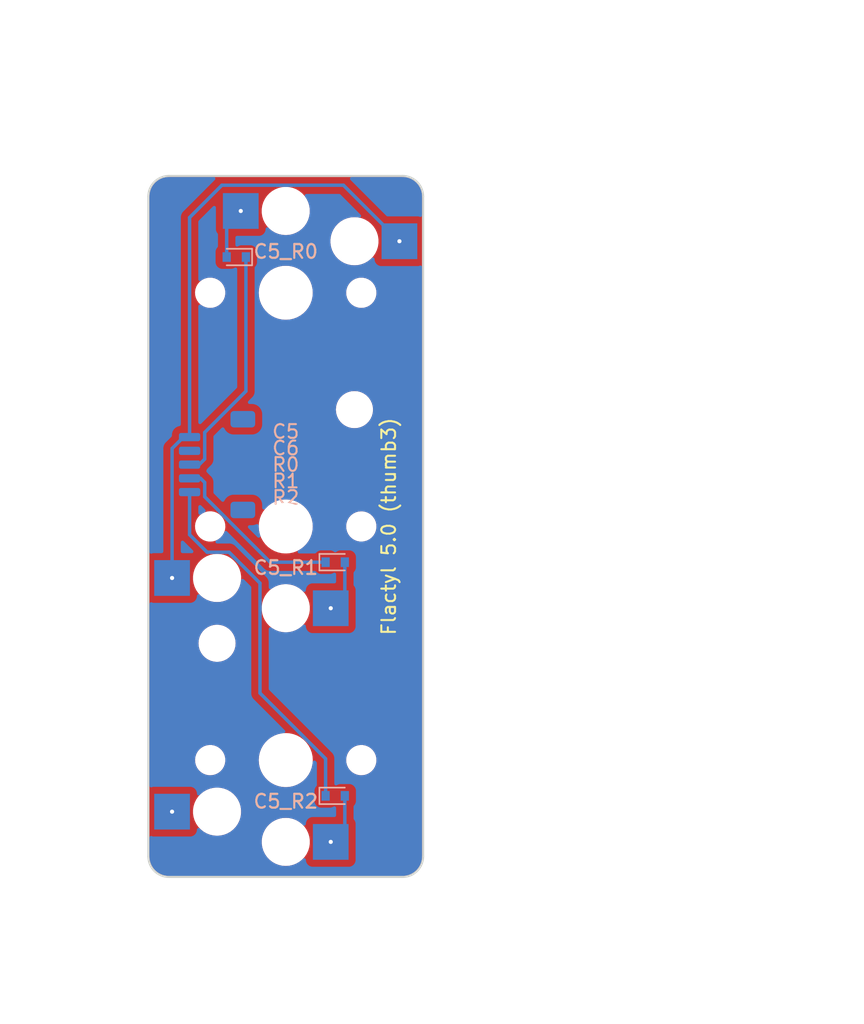
<source format=kicad_pcb>
(kicad_pcb (version 20171130) (host pcbnew 5.1.6)
  (title_block (title thumb3) (rev v1.0.0) (company Unknown))
  (layers (0 F.Cu signal) (31 B.Cu signal) (34 B.Paste user) (35 F.Paste user) (36 B.SilkS user) (37 F.SilkS user) (38 B.Mask user) (39 F.Mask user) (44 Edge.Cuts user))
  (net 0 "")
  (net 1 "C5")
  (net 2 "C6")
  (net 3 "R0")
  (net 4 "R1")
  (net 5 "R2")
  (net 6 "Flactyl 5.0 (thumb3)")
  (net 7 "x")
  (net 8 "y")
  (net 9 "C5_R0D")
  (net 10 "C5_R0")
  (net 11 "C5_R1D")
  (net 12 "C5_R1")
  (net 13 "C5_R2D")
  (net 14 "C5_R2")
  (footprint "JST_SH_SM05B-SRSS-TB_1x05-1MP_P1.00mm_Horizontal" (layer "B.Cu") (at -5 -21.5 270)
    (fp_text reference "JC1" hide)
    (fp_text user "R2" (at 2.4 -5 360 unlocked) (layer "B.SilkS"))
    (fp_text user "R1" (at 1.2 -5 360 unlocked) (layer "B.SilkS"))
    (fp_text user "R0" (at 0 -5 360 unlocked) (layer "B.SilkS"))
    (fp_text user "C6" (at -1.2 -5 360 unlocked) (layer "B.SilkS"))
    (fp_text user "C5" (at -2.4 -5 360 unlocked) (layer "B.SilkS"))
    (pad "5" smd roundrect (at 2 2 270) (size 0.6 1.55) (layers "B.Cu" "B.Paste" "B.Mask") (net 5 "R2"))
    (pad "4" smd roundrect (at 1 2 270) (size 0.6 1.55) (layers "B.Cu" "B.Paste" "B.Mask") (net 4 "R1"))
    (pad "3" smd roundrect (at 0 2 270) (size 0.6 1.55) (layers "B.Cu" "B.Paste" "B.Mask") (net 3 "R0"))
    (pad "2" smd roundrect (at -1 2 270) (size 0.6 1.55) (layers "B.Cu" "B.Paste" "B.Mask") (net 2 "C6"))
    (pad "1" smd roundrect (at -2 2 270) (size 0.6 1.55) (layers "B.Cu" "B.Paste" "B.Mask") (net 1 "C5"))
    (pad "MP" smd roundrect (at -3.3 -1.875 270) (size 1.2 1.8) (layers "B.Cu" "B.Paste" "B.Mask") (roundrect_rratio 0.208333))
    (pad "MP" smd roundrect (at 3.3 -1.875 270) (size 1.2 1.8) (layers "B.Cu" "B.Paste" "B.Mask") (roundrect_rratio 0.208333))
  )
  (footprint "somelogo" (layer "F.SilkS") (at 7.5 -17 270)
    (fp_text reference "T1" hide)
    (fp_text value "Flactyl 5.0 (thumb3)" (at 0 0 270) (layer "F.SilkS"))
  )
  (footprint "somelogo" (layer "F.SilkS") (at 20 -34 0)
    (fp_text reference "T2" hide)
    (fp_text value "x")
  )
  (footprint "somelogo" (layer "F.SilkS") (at 0 -54 0)
    (fp_text reference "T3" hide)
    (fp_text value "y")
  )
  (footprint "MountingHole_2.2mm_M2" (layer "F.Cu") (at -5 -8.5 0)
    (fp_text reference "H1" hide hide)
    (pad "" np_thru_hole circle (at 0 0) (size 2.2 2.2) (drill 2.2) (layers *.Cu *.Mask))
  )
  (footprint "MountingHole_2.2mm_M2" (layer "F.Cu") (at 5 -25.5 0)
    (fp_text reference "H2" hide hide)
    (pad "" np_thru_hole circle (at 0 0) (size 2.2 2.2) (drill 2.2) (layers *.Cu *.Mask))
  )
  (footprint "Kailh_socket_PG1350_no_silk" (layer "B.Cu") (at 0 -34 180)
    (fp_text reference "S1" hide)
    (fp_text user C5_R0 (at -0 3 180) (layer F.SilkS))
    (fp_text user C5_R0 (at -0 3 180) (layer B.SilkS))
    (pad "" np_thru_hole circle (at 0 0) (size 3.429 3.429) (drill 3.429) (layers *.Cu *.Mask))
    (pad "" np_thru_hole circle (at 5.5 0) (size 1.7018 1.7018) (drill 1.7018) (layers *.Cu *.Mask))
    (pad "" np_thru_hole circle (at -5.5 0) (size 1.7018 1.7018) (drill 1.7018) (layers *.Cu *.Mask))
    (pad "" np_thru_hole circle (at -5 3.75) (size 3 3) (drill 3) (layers *.Cu *.Mask))
    (pad "" np_thru_hole circle (at 0 5.95) (size 3 3) (drill 3) (layers *.Cu *.Mask))
    (pad "1" smd rect (at 3.275 5.95) (size 2.6 2.6) (layers "B.Cu" "B.Paste" "B.Mask") (net 9 "C5_R0D"))
    (pad "2" smd rect (at -8.275 3.75) (size 2.6 2.6) (layers "B.Cu" "B.Paste" "B.Mask") (net 1 "C5"))
    (pad "3" thru_hole circle (at 3.275 5.95) (size 0.6 0.6) (drill 0.3) (layers *.Cu) (net 9 "C5_R0D"))
    (pad "4" thru_hole circle (at -8.275 3.75) (size 0.6 0.6) (drill 0.3) (layers *.Cu) (net 1 "C5"))
  )
  (footprint "D_SOD-523" (layer "B.Cu") (at -3.6 -36.6 180)
    (fp_text reference "D1" hide)
    (fp_text value "D_SOD-523")
    (fp_line (start 0.7 0.6) (end -1.15 0.6) (layer "B.SilkS") (width 0.12))
    (fp_line (start 0.7 -0.6) (end -1.15 -0.6) (layer "B.SilkS") (width 0.12))
    (fp_line (start -1.15 -0.6) (end -1.15 0.6) (layer "B.SilkS") (width 0.12))
    (pad "1" smd rect (at -0.7 0 180) (size 0.6 0.7) (layers "B.Cu" "B.Paste" "B.Mask") (net 3 "R0"))
    (pad "2" smd rect (at 0.7 0 180) (size 0.6 0.7) (layers "B.Cu" "B.Paste" "B.Mask") (net 9 "C5_R0D"))
  )
  (footprint "Kailh_socket_PG1350_no_silk" (layer "B.Cu") (at 0 -17 0)
    (fp_text reference "S2" hide)
    (fp_text user C5_R1 (at -0 3 0) (layer F.SilkS))
    (fp_text user C5_R1 (at -0 3 0) (layer B.SilkS))
    (pad "" np_thru_hole circle (at 0 0) (size 3.429 3.429) (drill 3.429) (layers *.Cu *.Mask))
    (pad "" np_thru_hole circle (at 5.5 0) (size 1.7018 1.7018) (drill 1.7018) (layers *.Cu *.Mask))
    (pad "" np_thru_hole circle (at -5.5 0) (size 1.7018 1.7018) (drill 1.7018) (layers *.Cu *.Mask))
    (pad "" np_thru_hole circle (at -5 3.75) (size 3 3) (drill 3) (layers *.Cu *.Mask))
    (pad "" np_thru_hole circle (at 0 5.95) (size 3 3) (drill 3) (layers *.Cu *.Mask))
    (pad "1" smd rect (at 3.275 5.95) (size 2.6 2.6) (layers "B.Cu" "B.Paste" "B.Mask") (net 11 "C5_R1D"))
    (pad "2" smd rect (at -8.275 3.75) (size 2.6 2.6) (layers "B.Cu" "B.Paste" "B.Mask") (net 1 "C5"))
    (pad "3" thru_hole circle (at 3.275 5.95) (size 0.6 0.6) (drill 0.3) (layers *.Cu) (net 11 "C5_R1D"))
    (pad "4" thru_hole circle (at -8.275 3.75) (size 0.6 0.6) (drill 0.3) (layers *.Cu) (net 1 "C5"))
  )
  (footprint "D_SOD-523" (layer "B.Cu") (at 3.6 -14.4 0)
    (fp_text reference "D2" hide)
    (fp_text value "D_SOD-523")
    (fp_line (start 0.7 0.6) (end -1.15 0.6) (layer "B.SilkS") (width 0.12))
    (fp_line (start 0.7 -0.6) (end -1.15 -0.6) (layer "B.SilkS") (width 0.12))
    (fp_line (start -1.15 -0.6) (end -1.15 0.6) (layer "B.SilkS") (width 0.12))
    (pad "1" smd rect (at -0.7 0 0) (size 0.6 0.7) (layers "B.Cu" "B.Paste" "B.Mask") (net 4 "R1"))
    (pad "2" smd rect (at 0.7 0 0) (size 0.6 0.7) (layers "B.Cu" "B.Paste" "B.Mask") (net 11 "C5_R1D"))
  )
  (footprint "Kailh_socket_PG1350_no_silk" (layer "B.Cu") (at 0 0 0)
    (fp_text reference "S3" hide)
    (fp_text user C5_R2 (at -0 3 0) (layer F.SilkS))
    (fp_text user C5_R2 (at -0 3 0) (layer B.SilkS))
    (pad "" np_thru_hole circle (at 0 0) (size 3.429 3.429) (drill 3.429) (layers *.Cu *.Mask))
    (pad "" np_thru_hole circle (at 5.5 0) (size 1.7018 1.7018) (drill 1.7018) (layers *.Cu *.Mask))
    (pad "" np_thru_hole circle (at -5.5 0) (size 1.7018 1.7018) (drill 1.7018) (layers *.Cu *.Mask))
    (pad "" np_thru_hole circle (at -5 3.75) (size 3 3) (drill 3) (layers *.Cu *.Mask))
    (pad "" np_thru_hole circle (at 0 5.95) (size 3 3) (drill 3) (layers *.Cu *.Mask))
    (pad "1" smd rect (at 3.275 5.95) (size 2.6 2.6) (layers "B.Cu" "B.Paste" "B.Mask") (net 13 "C5_R2D"))
    (pad "2" smd rect (at -8.275 3.75) (size 2.6 2.6) (layers "B.Cu" "B.Paste" "B.Mask") (net 1 "C5"))
    (pad "3" thru_hole circle (at 3.275 5.95) (size 0.6 0.6) (drill 0.3) (layers *.Cu) (net 13 "C5_R2D"))
    (pad "4" thru_hole circle (at -8.275 3.75) (size 0.6 0.6) (drill 0.3) (layers *.Cu) (net 1 "C5"))
  )
  (footprint "D_SOD-523" (layer "B.Cu") (at 3.6 2.6 0)
    (fp_text reference "D3" hide)
    (fp_text value "D_SOD-523")
    (fp_line (start 0.7 0.6) (end -1.15 0.6) (layer "B.SilkS") (width 0.12))
    (fp_line (start 0.7 -0.6) (end -1.15 -0.6) (layer "B.SilkS") (width 0.12))
    (fp_line (start -1.15 -0.6) (end -1.15 0.6) (layer "B.SilkS") (width 0.12))
    (pad "1" smd rect (at -0.7 0 0) (size 0.6 0.7) (layers "B.Cu" "B.Paste" "B.Mask") (net 5 "R2"))
    (pad "2" smd rect (at 0.7 0 0) (size 0.6 0.7) (layers "B.Cu" "B.Paste" "B.Mask") (net 13 "C5_R2D"))
  )
  (gr_line (start -8.5 8.5) (end 8.5 8.5) (angle 90) (layer Edge.Cuts) (width 0.15))
  (gr_line (start 10 7) (end 10 -41) (angle 90) (layer Edge.Cuts) (width 0.15))
  (gr_line (start -10 7) (end -10 -41) (angle 90) (layer Edge.Cuts) (width 0.15))
  (gr_line (start 8.5 -42.5) (end -8.5 -42.5) (angle 90) (layer Edge.Cuts) (width 0.15))
  (gr_arc (start 8.5 7) (end 8.5 8.5) (angle -90) (layer Edge.Cuts) (width 0.15))
  (gr_arc (start 8.5 -41) (end 10 -41) (angle -90) (layer Edge.Cuts) (width 0.15))
  (gr_arc (start -8.5 -41) (end -8.5 -42.5) (angle -90) (layer Edge.Cuts) (width 0.15))
  (gr_arc (start -8.5 7) (end -10 7) (angle -90) (layer Edge.Cuts) (width 0.15))
  (segment (start -7.446751 -23.5) (end -7 -23.5) (width 0.25) (layer "B.Cu") (net 1))
  (segment (start -8.275 -22.671751) (end -7.446751 -23.5) (width 0.25) (layer "B.Cu") (net 1))
  (segment (start 4.2 -41.825) (end -4.65 -41.825) (width 0.25) (layer "B.Cu") (net 1))
  (segment (start 8.275 -37.75) (end 4.2 -41.825) (width 0.25) (layer "B.Cu") (net 1))
  (segment (start -7 -39.475) (end -7 -23.5) (width 0.25) (layer "B.Cu") (net 1))
  (segment (start -8.275 -13.25) (end -8.275 -22.671751) (width 0.25) (layer "B.Cu") (net 1))
  (segment (start -4.65 -41.825) (end -7 -39.475) (width 0.25) (layer "B.Cu") (net 1))
  (segment (start -6.3 -21.5) (end -7 -21.5) (width 0.25) (layer "B.Cu") (net 3))
  (segment (start -5.9 -21.9) (end -6.3 -21.5) (width 0.25) (layer "B.Cu") (net 3))
  (segment (start -2.9 -26.838173) (end -5.9 -23.838173) (width 0.25) (layer "B.Cu") (net 3))
  (segment (start -2.9 -36.6) (end -2.9 -26.838173) (width 0.25) (layer "B.Cu") (net 3))
  (segment (start -5.9 -23.838173) (end -5.9 -21.9) (width 0.25) (layer "B.Cu") (net 3))
  (segment (start -6.2 -20.5) (end -7 -20.5) (width 0.25) (layer "B.Cu") (net 4))
  (segment (start -1.138173 -14.4) (end -5.9 -19.161827) (width 0.25) (layer "B.Cu") (net 4))
  (segment (start -5.9 -19.161827) (end -5.9 -20.2) (width 0.25) (layer "B.Cu") (net 4))
  (segment (start 2.9 -14.4) (end -1.138173 -14.4) (width 0.25) (layer "B.Cu") (net 4))
  (segment (start -5.9 -20.2) (end -6.2 -20.5) (width 0.25) (layer "B.Cu") (net 4))
  (segment (start -4.125 -15.125) (end -1.875 -12.875) (width 0.25) (layer "B.Cu") (net 5))
  (segment (start -1.875 -12.875) (end -1.875 -4.875) (width 0.25) (layer "B.Cu") (net 5))
  (segment (start 2.9 -0.1) (end 2.9 2.6) (width 0.25) (layer "B.Cu") (net 5))
  (segment (start -7 -16.4) (end -5.725 -15.125) (width 0.25) (layer "B.Cu") (net 5))
  (segment (start -1.875 -4.875) (end 2.9 -0.1) (width 0.25) (layer "B.Cu") (net 5))
  (segment (start -7 -19.5) (end -7 -16.4) (width 0.25) (layer "B.Cu") (net 5))
  (segment (start -5.725 -15.125) (end -4.125 -15.125) (width 0.25) (layer "B.Cu") (net 5))
  (segment (start -4.3 -38.925) (end -3.275 -39.95) (width 0.25) (layer "B.Cu") (net 6))
  (segment (start -4.3 -36.6) (end -4.3 -38.925) (width 0.25) (layer "B.Cu") (net 6))
  (segment (start 4.3 -14.4) (end 4.3 -12.075) (width 0.25) (layer "B.Cu") (net 7))
  (segment (start 4.3 -12.075) (end 3.275 -11.05) (width 0.25) (layer "B.Cu") (net 7))
  (segment (start 4.3 4.925) (end 3.275 5.95) (width 0.25) (layer "B.Cu") (net 8))
  (segment (start 4.3 2.6) (end 4.3 4.925) (width 0.25) (layer "B.Cu") (net 8))
  (zone (net 0) (net_name "") (layers "F&B.Cu") (connect_pads (clearance 0.508)) (min_thickness 0.25) (fill yes (thermal_gap 0.5) (thermal_bridge_width 0.5) (island_removal_mode 1) (island_area_min 10))
    (polygon (pts (xy -20.8 -55.3) (xy -20.2 19.2) (xy 42.1 18.2) (xy 40.4 -53.8)))
  )
)
</source>
